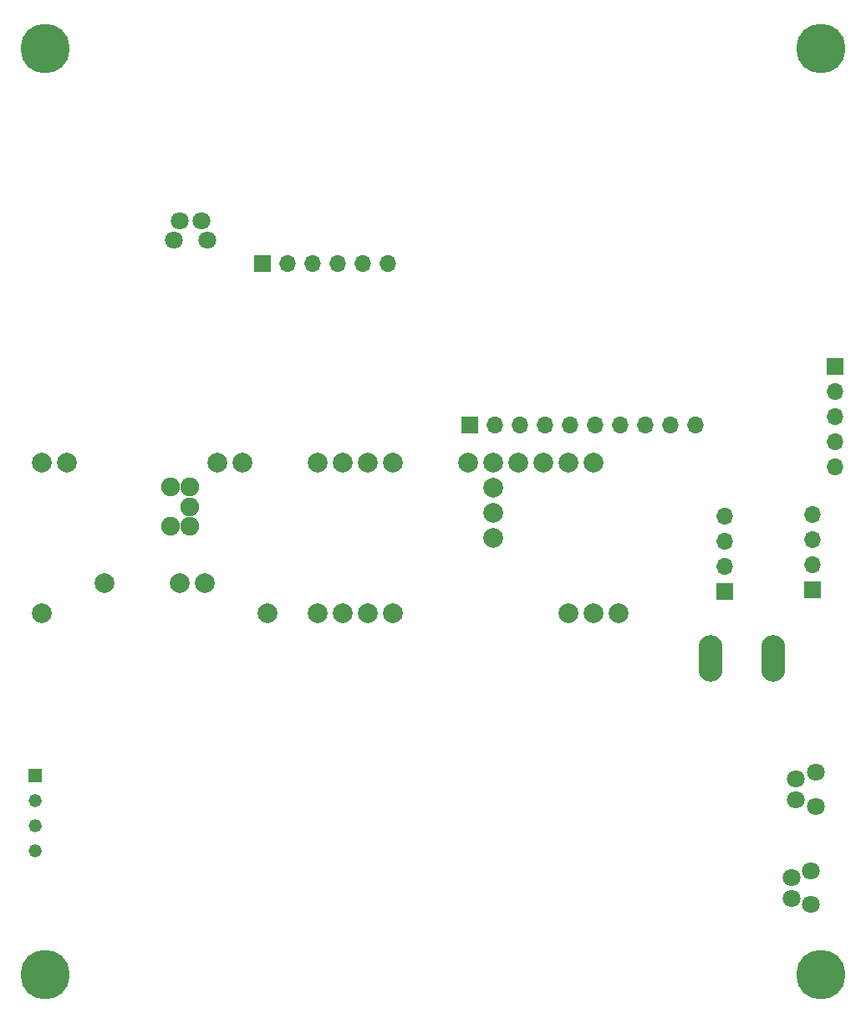
<source format=gbr>
%TF.GenerationSoftware,KiCad,Pcbnew,8.0.7*%
%TF.CreationDate,2025-03-19T13:37:51-04:00*%
%TF.ProjectId,dyno_inst_3,64796e6f-5f69-46e7-9374-5f332e6b6963,rev?*%
%TF.SameCoordinates,Original*%
%TF.FileFunction,Soldermask,Bot*%
%TF.FilePolarity,Negative*%
%FSLAX46Y46*%
G04 Gerber Fmt 4.6, Leading zero omitted, Abs format (unit mm)*
G04 Created by KiCad (PCBNEW 8.0.7) date 2025-03-19 13:37:51*
%MOMM*%
%LPD*%
G01*
G04 APERTURE LIST*
%ADD10C,5.000000*%
%ADD11C,2.004000*%
%ADD12C,1.900000*%
%ADD13R,1.700000X1.700000*%
%ADD14O,1.700000X1.700000*%
%ADD15C,1.800000*%
%ADD16R,1.320800X1.320800*%
%ADD17C,1.320800*%
%ADD18O,2.454000X4.704000*%
G04 APERTURE END LIST*
D10*
%TO.C,H2*%
X123646900Y-113974000D03*
%TD*%
D11*
%TO.C,U4*%
X158890000Y-77390000D03*
X129680000Y-74340000D03*
X146190000Y-77390000D03*
X151270000Y-77390000D03*
X153810000Y-77390000D03*
X156350000Y-77390000D03*
X156350000Y-62150000D03*
X153810000Y-62150000D03*
X151270000Y-62150000D03*
X143650000Y-62150000D03*
X141110000Y-62150000D03*
X176670000Y-77390000D03*
X179210000Y-77390000D03*
X181750000Y-77390000D03*
X179210000Y-62150000D03*
X176670000Y-62150000D03*
X174130000Y-62150000D03*
X171590000Y-62150000D03*
X169050000Y-62150000D03*
X166510000Y-62150000D03*
X123330000Y-77390000D03*
X158890000Y-62150000D03*
X125870000Y-62150000D03*
X169050000Y-69770000D03*
D12*
X138300000Y-66600000D03*
D11*
X169050000Y-64690000D03*
X169050000Y-67230000D03*
D12*
X136300000Y-64600000D03*
X138300000Y-64600000D03*
X138300000Y-68600000D03*
X136300000Y-68600000D03*
D11*
X137300000Y-74340000D03*
X139840000Y-74340000D03*
X123330000Y-62150000D03*
%TD*%
D13*
%TO.C,J5*%
X145620000Y-41990000D03*
D14*
X148160000Y-41990000D03*
X150700000Y-41990000D03*
X153240000Y-41990000D03*
X155780000Y-41990000D03*
X158320000Y-41990000D03*
%TD*%
D15*
%TO.C,J3*%
X201650799Y-93499978D03*
X199700800Y-94125072D03*
X201650799Y-96900022D03*
X199700800Y-96274999D03*
%TD*%
D13*
%TO.C,U7*%
X201360000Y-75020000D03*
D14*
X201360000Y-72480000D03*
X201360000Y-69940000D03*
X201360000Y-67400000D03*
%TD*%
D16*
%TO.C,U21*%
X122572000Y-93810000D03*
D17*
X122572000Y-96350000D03*
X122572000Y-98890000D03*
X122572000Y-101430000D03*
%TD*%
D10*
%TO.C,H3*%
X123646900Y-20248000D03*
%TD*%
D13*
%TO.C,U6*%
X192440000Y-75160000D03*
D14*
X192440000Y-72620000D03*
X192440000Y-70080000D03*
X192440000Y-67540000D03*
%TD*%
D13*
%TO.C,J2*%
X166605000Y-58310000D03*
D14*
X169145000Y-58310000D03*
X171685000Y-58310000D03*
X174225000Y-58310000D03*
X176765000Y-58310000D03*
X179305000Y-58310000D03*
X181845000Y-58310000D03*
X184385000Y-58310000D03*
X186925000Y-58310000D03*
X189465000Y-58310000D03*
%TD*%
D15*
%TO.C,J6*%
X201175000Y-103474956D03*
X199225001Y-104100050D03*
X201175000Y-106875000D03*
X199225001Y-106249977D03*
%TD*%
%TO.C,J7*%
X140055000Y-39650000D03*
X139429906Y-37700001D03*
X136654956Y-39650000D03*
X137279979Y-37700001D03*
%TD*%
D10*
%TO.C,H1*%
X202209100Y-20248000D03*
%TD*%
D13*
%TO.C,J1*%
X203676843Y-52425000D03*
D14*
X203676843Y-54965000D03*
X203676843Y-57505000D03*
X203676843Y-60045000D03*
X203676843Y-62585000D03*
%TD*%
D18*
%TO.C,J4*%
X191050000Y-81925000D03*
X197350000Y-81925000D03*
%TD*%
D10*
%TO.C,H4*%
X202209100Y-113974000D03*
%TD*%
M02*

</source>
